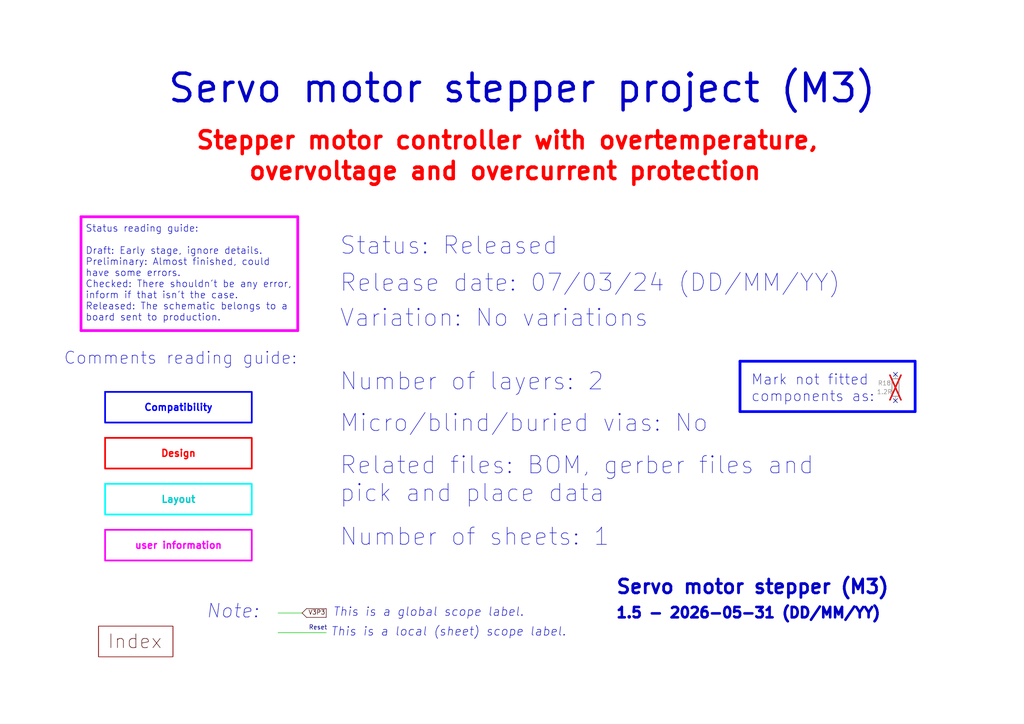
<source format=kicad_sch>
(kicad_sch (version 20250114) (generator "eeschema") (generator_version "9.0")
  (paper "A4")
  (title_block (title "Servo motor stepper - M3  project") (date "2025-11-26") (rev "1.5"))
  (lib_symbols
    (symbol "Device:R" (pin_numbers (hide yes)) (pin_names (offset 0))
      (property "Reference" "R" (at 2.032 0 90))
      (property "Value" "R" (at 0 0 90))
      (symbol "R_0_1"
        (rectangle (start -1.016 -2.54) (end 1.016 2.54) (stroke (width 0.254)))
      )
      (symbol "R_1_1"
        (pin passive line (at 0 3.81 270) (length 1.27) (name "~") (number "1"))
        (pin passive line (at 0 -3.81 90) (length 1.27) (name "~") (number "2"))
      )
    )
  )
  (text "Variation: No variations" (at 98.425 95.25 0) (effects (font (size 5 5)) (justify left bottom)))
  (text "${REVISION} - ${CURRENT_DATE} (DD/MM/YY)" (at 178.435 179.705 0) (effects (font (size 3 3) (thickness 0.8) (bold yes)) (justify left bottom)))
  (text "Status reading guide:\n\nDraft: Early stage, ignore details.\nPreliminary: Almost finished, could\nhave some errors.\nChecked: There shouldn't be any error,\ninform if that isn't the case.\nReleased: The schematic belongs to a \nboard sent to production." (at 24.765 93.345 0) (effects (font (size 2 2)) (justify left bottom)))
  (text "Servo motor stepper project (M3)" (at 48.26 30.48 0) (effects (font (size 8 8) (thickness 1) (bold yes)) (justify left bottom)))
  (text "This is a global scope label." (at 96.52 179.07 0) (effects (font (size 2.5 2.5) (italic yes)) (justify left bottom)))
  (text "Micro/blind/buried vias: No" (at 98.425 125.73 0) (effects (font (size 5 5)) (justify left bottom)))
  (text "Status: Released" (at 98.425 74.295 0) (effects (font (size 5 5)) (justify left bottom)))
  (text "Comments reading guide:" (at 18.415 106.045 0) (effects (font (size 3.5 3.5)) (justify left bottom)))
  (text "overvoltage and overcurrent protection" (at 71.755 52.705 0) (effects (font (size 5 5) (thickness 1) (bold yes)) (justify left bottom)))
  (text "Reset" (at 89.535 182.88 0) (effects (font (size 1.27 1.27)) (justify left bottom)))
  (text "Note:" (at 59.69 179.705 0) (effects (font (size 4 4) (italic yes)) (justify left bottom)))
  (text "Stepper motor controller with overtemperature," (at 56.515 43.815 0) (effects (font (size 5 5) (thickness 1) (bold yes)) (justify left bottom)))
  (text "Related files: BOM, gerber files and\npick and place data" (at 98.425 146.05 0) (effects (font (size 5 5)) (justify left bottom)))
  (text "Number of sheets: 1" (at 98.425 158.75 0) (effects (font (size 5 5)) (justify left bottom)))
  (text "This is a local (sheet) scope label." (at 95.885 184.785 0) (effects (font (size 2.5 2.5) (italic yes)) (justify left bottom)))
  (text "Index" (at 31.115 188.595 0) (effects (font (size 4 4)) (justify left bottom)))
  (text "Mark not fitted\ncomponents as:" (at 217.805 116.84 0) (effects (font (size 3 3)) (justify left bottom)))
  (text "Number of layers: 2" (at 98.425 113.665 0) (effects (font (size 5 5)) (justify left bottom)))
  (text "Release date: 07/03/24 (DD/MM/YY)" (at 98.425 85.09 0) (effects (font (size 5 5)) (justify left bottom)))
  (text "V3P3" (at 89.408 178.562 0) (effects (font (size 1.27 1.27)) (justify left bottom)))
  (text "Servo motor stepper (M3)" (at 178.435 172.72 0) (effects (font (size 4 4) (thickness 0.8) (bold yes)) (justify left bottom)))
  (text_box "Design" (at 30.48 127 0) (size 42.545 8.89) (margins 1.75 1.75 1.75 1.75) (stroke (width 0.5) (color 255 0 0 1)) (effects (font (size 2 2) (thickness 0.4) (bold yes))))
  (text_box "user information" (at 30.48 153.67 0) (size 42.545 8.89) (margins 1.75 1.75 1.75 1.75) (stroke (width 0.5) (color 255 0 255 1)) (effects (font (size 2 2) (thickness 0.4) (bold yes))))
  (text_box "Compatibility" (at 30.48 113.665 0) (size 42.545 8.89) (margins 1.75 1.75 1.75 1.75) (stroke (width 0.5) (color 0 0 255 1)) (effects (font (size 2 2) (thickness 0.4) (bold yes))))
  (text_box "Layout" (at 30.48 140.335 0) (size 42.545 8.89) (margins 1.75 1.75 1.75 1.75) (stroke (width 0.5) (color 0 255 255 1)) (effects (font (size 2 2) (thickness 0.4) (bold yes))))
  (no_connect (at 259.715 108.585))
  (no_connect (at 259.715 116.205))
  (polyline (pts (xy 88.9 176.53) (xy 94.615 176.53)) (stroke (width 0) (color 72 0 0 1)))
  (polyline (pts (xy 214.63 104.775) (xy 265.43 104.775)) (stroke (width 0.8) (type solid) (color 0 0 255 1)))
  (polyline (pts (xy 23.495 95.885) (xy 23.495 62.865)) (stroke (width 0.8) (color 255 0 255 1)))
  (polyline (pts (xy 80.645 177.8) (xy 87.63 177.8)) (stroke (width 0) (color 0 194 0 1)))
  (polyline (pts (xy 87.63 177.8) (xy 88.9 179.07)) (stroke (width 0) (color 72 0 0 1)))
  (polyline (pts (xy 86.36 95.885) (xy 23.495 95.885)) (stroke (width 0.8) (color 255 0 255 1)))
  (polyline (pts (xy 265.43 119.38) (xy 214.63 119.38)) (stroke (width 0.8) (type solid) (color 0 0 255 1)))
  (polyline (pts (xy 265.43 104.775) (xy 265.43 119.38)) (stroke (width 0.8) (type solid) (color 0 0 255 1)))
  (polyline (pts (xy 88.9 179.07) (xy 94.615 179.07)) (stroke (width 0) (color 72 0 0 1)))
  (polyline (pts (xy 23.495 62.865) (xy 86.36 62.865)) (stroke (width 0.8) (color 255 0 255 1)))
  (polyline (pts (xy 80.645 183.515) (xy 94.615 183.515)) (stroke (width 0) (color 0 194 0 1)))
  (polyline (pts (xy 86.36 62.865) (xy 86.36 95.885)) (stroke (width 0.8) (color 255 0 255 1)))
  (polyline (pts (xy 94.615 176.53) (xy 94.615 179.07)) (stroke (width 0) (color 72 0 0 1)))
  (polyline (pts (xy 214.63 119.38) (xy 214.63 104.775)) (stroke (width 0.8) (type solid) (color 0 0 255 1)))
  (polyline (pts (xy 87.63 177.8) (xy 88.9 176.53)) (stroke (width 0) (color 72 0 0 1)))
  (symbol (lib_id "Device:R") (at 259.715 112.395 0) (unit 1) (exclude_from_sim yes) (in_bom no) (on_board no) (dnp yes)
    (property "Reference" "R18" (at 256.54 111.125 0))
    (property "Value" "1.2R" (at 256.54 113.665 0))
    (property "Footprint" "Resistor_SMD:R_0402_1005Metric" (effects (hide yes)))
  )
  (sheet (at 28.575 181.61) (size 21.59 8.89) (stroke (width 0.1524))
    (property "Sheetname" "index" (effects (hide yes)))
    (property "Sheetfile" "index.kicad_sch" (effects (hide yes)))
  )
)
</source>
